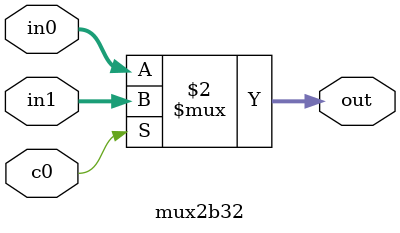
<source format=v>
module mux2b32(
	input[31:0] in0,
	input[31:0] in1,
	input c0,
	output[31:0] out
);
	assign out = (!c0)?in0 : in1;

endmodule

</source>
